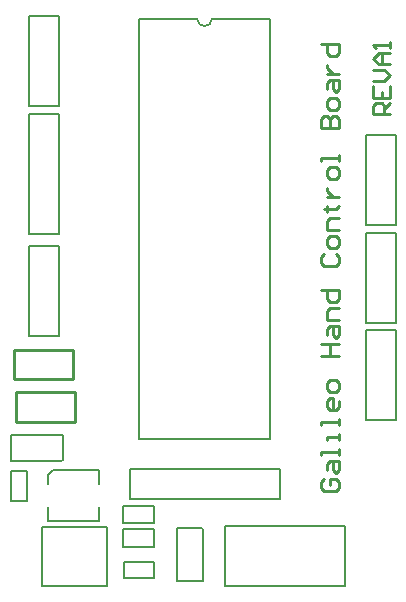
<source format=gto>
G04 Layer_Color=65535*
%FSLAX44Y44*%
%MOMM*%
G71*
G01*
G75*
%ADD15C,0.2000*%
%ADD28C,0.2540*%
D15*
X427650Y741800D02*
G03*
X440350Y741800I6350J0D01*
G01*
X296750Y311000D02*
X351250D01*
X296750Y261000D02*
X351250D01*
X296750D02*
Y311000D01*
X351250Y261000D02*
Y311000D01*
X378850Y386200D02*
Y741800D01*
Y386200D02*
X489150D01*
Y741800D01*
X440350D02*
X489150D01*
X378850D02*
X427650D01*
X270000Y389000D02*
X314250D01*
X270000Y367000D02*
Y389000D01*
X314250Y368500D02*
Y389000D01*
X312750Y367000D02*
X314250Y368500D01*
X270000Y367000D02*
X312750D01*
X411000Y266000D02*
Y310250D01*
Y266000D02*
X433000D01*
X411000Y310250D02*
X431500D01*
X433000Y308750D01*
Y266000D02*
Y308750D01*
X301500Y316500D02*
X344500D01*
Y348000D02*
Y359500D01*
Y316500D02*
Y328000D01*
X301500Y316500D02*
Y328000D01*
Y348000D02*
Y355500D01*
X305500Y359500D01*
X344590D01*
X570300Y402300D02*
X595700D01*
X570300D02*
Y478500D01*
X595700D01*
Y402300D02*
Y478500D01*
X570300Y567300D02*
X595700D01*
X570300D02*
Y643500D01*
X595700D01*
Y567300D02*
Y643500D01*
X285300Y549700D02*
X310700D01*
Y473500D02*
Y549700D01*
X285300Y473500D02*
X310700D01*
X285300D02*
Y549700D01*
Y744200D02*
X310700D01*
Y668000D02*
Y744200D01*
X285300Y668000D02*
X310700D01*
X285300D02*
Y744200D01*
X570300Y484300D02*
X595700D01*
X570300D02*
Y560500D01*
X595700D01*
Y484300D02*
Y560500D01*
X552900Y261300D02*
Y312100D01*
X451300D02*
X552900D01*
X451300Y261300D02*
Y312100D01*
Y261300D02*
X552900D01*
X364750Y294750D02*
X391250D01*
Y309250D01*
X364750D02*
X391250D01*
X364750Y294750D02*
Y309250D01*
X391500Y268000D02*
Y282000D01*
X365500Y268000D02*
X391500D01*
X365500D02*
Y282000D01*
X391500D01*
X270000Y359000D02*
X284000D01*
Y333000D02*
Y359000D01*
X270000Y333000D02*
X284000D01*
X270000D02*
Y359000D01*
X364750Y314750D02*
X391250D01*
Y329250D01*
X364750D02*
X391250D01*
X364750Y314750D02*
Y329250D01*
X370700Y335300D02*
Y360700D01*
X497700D01*
X370700Y335300D02*
X497700D01*
Y360700D01*
X285300Y559600D02*
X310700D01*
X285300D02*
Y661200D01*
X310700Y559600D02*
Y661200D01*
X285300D02*
X310700D01*
D28*
X323000Y436500D02*
Y461500D01*
X273000D02*
X323000D01*
X273000Y436500D02*
Y461500D01*
Y436500D02*
X323000D01*
X324000Y400500D02*
Y425500D01*
X274000D02*
X324000D01*
X274000Y400500D02*
Y425500D01*
Y400500D02*
X324000D01*
X534804Y352157D02*
X532265Y349618D01*
Y344539D01*
X534804Y342000D01*
X544961D01*
X547500Y344539D01*
Y349618D01*
X544961Y352157D01*
X539883D01*
Y347078D01*
X537343Y359774D02*
Y364853D01*
X539883Y367392D01*
X547500D01*
Y359774D01*
X544961Y357235D01*
X542422Y359774D01*
Y367392D01*
X547500Y372470D02*
Y377548D01*
Y375009D01*
X532265D01*
Y372470D01*
X547500Y385166D02*
Y390244D01*
Y387705D01*
X537343D01*
Y385166D01*
X547500Y397862D02*
Y402940D01*
Y400401D01*
X532265D01*
Y397862D01*
X547500Y418175D02*
Y413097D01*
X544961Y410558D01*
X539883D01*
X537343Y413097D01*
Y418175D01*
X539883Y420714D01*
X542422D01*
Y410558D01*
X547500Y428332D02*
Y433410D01*
X544961Y435950D01*
X539883D01*
X537343Y433410D01*
Y428332D01*
X539883Y425793D01*
X544961D01*
X547500Y428332D01*
X532265Y456263D02*
X547500D01*
X539883D01*
Y466420D01*
X532265D01*
X547500D01*
X537343Y474037D02*
Y479116D01*
X539883Y481655D01*
X547500D01*
Y474037D01*
X544961Y471498D01*
X542422Y474037D01*
Y481655D01*
X547500Y486733D02*
X537343D01*
Y494351D01*
X539883Y496890D01*
X547500D01*
X532265Y512125D02*
X547500D01*
Y504507D01*
X544961Y501968D01*
X539883D01*
X537343Y504507D01*
Y512125D01*
X534804Y542595D02*
X532265Y540056D01*
Y534978D01*
X534804Y532438D01*
X544961D01*
X547500Y534978D01*
Y540056D01*
X544961Y542595D01*
X547500Y550213D02*
Y555291D01*
X544961Y557830D01*
X539883D01*
X537343Y555291D01*
Y550213D01*
X539883Y547673D01*
X544961D01*
X547500Y550213D01*
Y562909D02*
X537343D01*
Y570526D01*
X539883Y573065D01*
X547500D01*
X534804Y580683D02*
X537343D01*
Y578144D01*
Y583222D01*
Y580683D01*
X544961D01*
X547500Y583222D01*
X537343Y590840D02*
X547500D01*
X542422D01*
X539883Y593379D01*
X537343Y595918D01*
Y598457D01*
X547500Y608614D02*
Y613692D01*
X544961Y616231D01*
X539883D01*
X537343Y613692D01*
Y608614D01*
X539883Y606075D01*
X544961D01*
X547500Y608614D01*
Y621310D02*
Y626388D01*
Y623849D01*
X532265D01*
Y621310D01*
Y649241D02*
X547500D01*
Y656858D01*
X544961Y659397D01*
X542422D01*
X539883Y656858D01*
Y649241D01*
Y656858D01*
X537343Y659397D01*
X534804D01*
X532265Y656858D01*
Y649241D01*
X547500Y667015D02*
Y672093D01*
X544961Y674632D01*
X539883D01*
X537343Y672093D01*
Y667015D01*
X539883Y664476D01*
X544961D01*
X547500Y667015D01*
X537343Y682250D02*
Y687328D01*
X539883Y689867D01*
X547500D01*
Y682250D01*
X544961Y679711D01*
X542422Y682250D01*
Y689867D01*
X537343Y694946D02*
X547500D01*
X542422D01*
X539883Y697485D01*
X537343Y700024D01*
Y702563D01*
X532265Y720338D02*
X547500D01*
Y712720D01*
X544961Y710181D01*
X539883D01*
X537343Y712720D01*
Y720338D01*
X591000Y661000D02*
X577005D01*
Y667998D01*
X579337Y670330D01*
X584002D01*
X586335Y667998D01*
Y661000D01*
Y665665D02*
X591000Y670330D01*
X577005Y684326D02*
Y674995D01*
X591000D01*
Y684326D01*
X584002Y674995D02*
Y679661D01*
X577005Y688991D02*
X586335D01*
X591000Y693656D01*
X586335Y698321D01*
X577005D01*
X591000Y702987D02*
X581670D01*
X577005Y707652D01*
X581670Y712317D01*
X591000D01*
X584002D01*
Y702987D01*
X591000Y716982D02*
Y721647D01*
Y719314D01*
X577005D01*
X579337Y716982D01*
M02*

</source>
